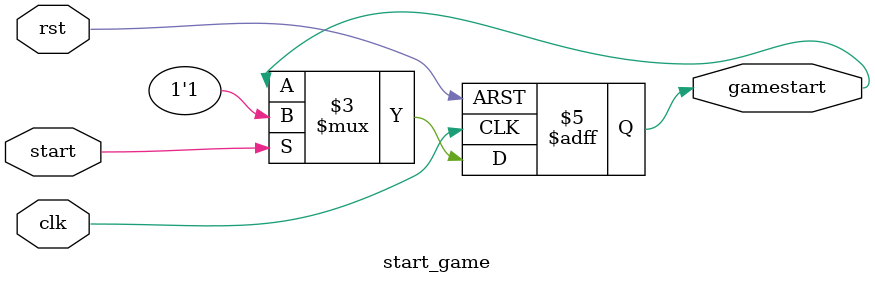
<source format=v>
module start_game (
    input wire clk,        // 입력 클럭
    input wire rst,      // 리셋 신호
    input wire start,
    output reg gamestart
);
    initial begin
        gamestart <= 0;
    end

    always @(posedge clk or posedge rst) begin
        if (rst) begin
            gamestart <= 0;
        end else begin
            if(start)begin
                gamestart <= 1;
            end
        end
    end
endmodule

</source>
